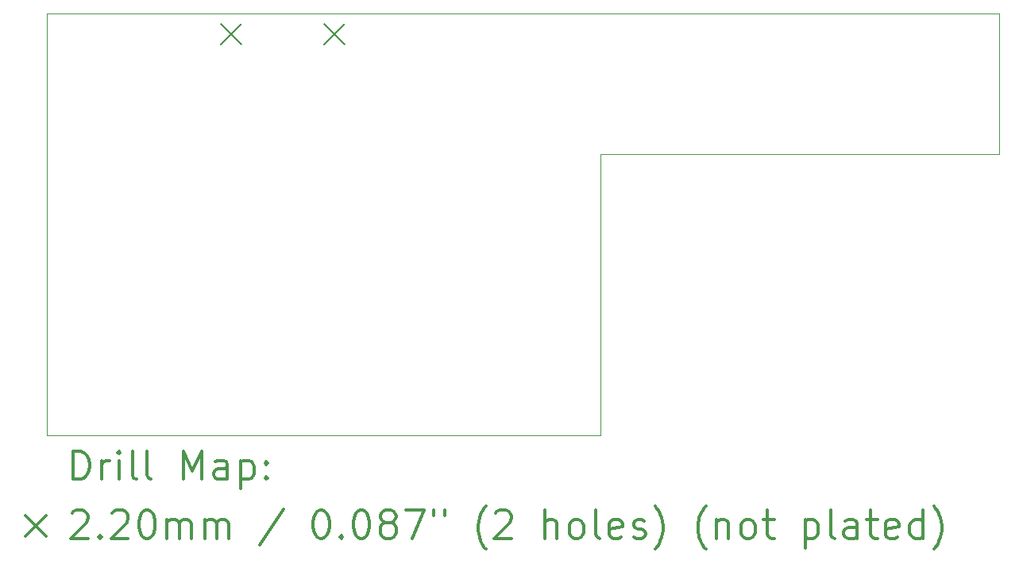
<source format=gbr>
%FSLAX45Y45*%
G04 Gerber Fmt 4.5, Leading zero omitted, Abs format (unit mm)*
G04 Created by KiCad (PCBNEW (5.1.2)-1) date 2022-03-06 16:37:44*
%MOMM*%
%LPD*%
G04 APERTURE LIST*
%ADD10C,0.050000*%
%ADD11C,0.200000*%
%ADD12C,0.300000*%
G04 APERTURE END LIST*
D10*
X21150000Y-6700000D02*
X21150000Y-8200000D01*
X11000000Y-11200000D02*
X16900000Y-11200000D01*
X16900000Y-8200000D02*
X16900000Y-11200000D01*
X21150000Y-8200000D02*
X16900000Y-8200000D01*
X21150000Y-6700000D02*
X11000000Y-6700000D01*
X11000000Y-6700000D02*
X11000000Y-11200000D01*
D11*
X12853308Y-6813024D02*
X13073308Y-7033024D01*
X13073308Y-6813024D02*
X12853308Y-7033024D01*
X13953308Y-6813024D02*
X14173308Y-7033024D01*
X14173308Y-6813024D02*
X13953308Y-7033024D01*
D12*
X11283928Y-11668214D02*
X11283928Y-11368214D01*
X11355357Y-11368214D01*
X11398214Y-11382500D01*
X11426786Y-11411071D01*
X11441071Y-11439643D01*
X11455357Y-11496786D01*
X11455357Y-11539643D01*
X11441071Y-11596786D01*
X11426786Y-11625357D01*
X11398214Y-11653929D01*
X11355357Y-11668214D01*
X11283928Y-11668214D01*
X11583928Y-11668214D02*
X11583928Y-11468214D01*
X11583928Y-11525357D02*
X11598214Y-11496786D01*
X11612500Y-11482500D01*
X11641071Y-11468214D01*
X11669643Y-11468214D01*
X11769643Y-11668214D02*
X11769643Y-11468214D01*
X11769643Y-11368214D02*
X11755357Y-11382500D01*
X11769643Y-11396786D01*
X11783928Y-11382500D01*
X11769643Y-11368214D01*
X11769643Y-11396786D01*
X11955357Y-11668214D02*
X11926786Y-11653929D01*
X11912500Y-11625357D01*
X11912500Y-11368214D01*
X12112500Y-11668214D02*
X12083928Y-11653929D01*
X12069643Y-11625357D01*
X12069643Y-11368214D01*
X12455357Y-11668214D02*
X12455357Y-11368214D01*
X12555357Y-11582500D01*
X12655357Y-11368214D01*
X12655357Y-11668214D01*
X12926786Y-11668214D02*
X12926786Y-11511071D01*
X12912500Y-11482500D01*
X12883928Y-11468214D01*
X12826786Y-11468214D01*
X12798214Y-11482500D01*
X12926786Y-11653929D02*
X12898214Y-11668214D01*
X12826786Y-11668214D01*
X12798214Y-11653929D01*
X12783928Y-11625357D01*
X12783928Y-11596786D01*
X12798214Y-11568214D01*
X12826786Y-11553929D01*
X12898214Y-11553929D01*
X12926786Y-11539643D01*
X13069643Y-11468214D02*
X13069643Y-11768214D01*
X13069643Y-11482500D02*
X13098214Y-11468214D01*
X13155357Y-11468214D01*
X13183928Y-11482500D01*
X13198214Y-11496786D01*
X13212500Y-11525357D01*
X13212500Y-11611071D01*
X13198214Y-11639643D01*
X13183928Y-11653929D01*
X13155357Y-11668214D01*
X13098214Y-11668214D01*
X13069643Y-11653929D01*
X13341071Y-11639643D02*
X13355357Y-11653929D01*
X13341071Y-11668214D01*
X13326786Y-11653929D01*
X13341071Y-11639643D01*
X13341071Y-11668214D01*
X13341071Y-11482500D02*
X13355357Y-11496786D01*
X13341071Y-11511071D01*
X13326786Y-11496786D01*
X13341071Y-11482500D01*
X13341071Y-11511071D01*
X10777500Y-12052500D02*
X10997500Y-12272500D01*
X10997500Y-12052500D02*
X10777500Y-12272500D01*
X11269643Y-12026786D02*
X11283928Y-12012500D01*
X11312500Y-11998214D01*
X11383928Y-11998214D01*
X11412500Y-12012500D01*
X11426786Y-12026786D01*
X11441071Y-12055357D01*
X11441071Y-12083929D01*
X11426786Y-12126786D01*
X11255357Y-12298214D01*
X11441071Y-12298214D01*
X11569643Y-12269643D02*
X11583928Y-12283929D01*
X11569643Y-12298214D01*
X11555357Y-12283929D01*
X11569643Y-12269643D01*
X11569643Y-12298214D01*
X11698214Y-12026786D02*
X11712500Y-12012500D01*
X11741071Y-11998214D01*
X11812500Y-11998214D01*
X11841071Y-12012500D01*
X11855357Y-12026786D01*
X11869643Y-12055357D01*
X11869643Y-12083929D01*
X11855357Y-12126786D01*
X11683928Y-12298214D01*
X11869643Y-12298214D01*
X12055357Y-11998214D02*
X12083928Y-11998214D01*
X12112500Y-12012500D01*
X12126786Y-12026786D01*
X12141071Y-12055357D01*
X12155357Y-12112500D01*
X12155357Y-12183929D01*
X12141071Y-12241071D01*
X12126786Y-12269643D01*
X12112500Y-12283929D01*
X12083928Y-12298214D01*
X12055357Y-12298214D01*
X12026786Y-12283929D01*
X12012500Y-12269643D01*
X11998214Y-12241071D01*
X11983928Y-12183929D01*
X11983928Y-12112500D01*
X11998214Y-12055357D01*
X12012500Y-12026786D01*
X12026786Y-12012500D01*
X12055357Y-11998214D01*
X12283928Y-12298214D02*
X12283928Y-12098214D01*
X12283928Y-12126786D02*
X12298214Y-12112500D01*
X12326786Y-12098214D01*
X12369643Y-12098214D01*
X12398214Y-12112500D01*
X12412500Y-12141071D01*
X12412500Y-12298214D01*
X12412500Y-12141071D02*
X12426786Y-12112500D01*
X12455357Y-12098214D01*
X12498214Y-12098214D01*
X12526786Y-12112500D01*
X12541071Y-12141071D01*
X12541071Y-12298214D01*
X12683928Y-12298214D02*
X12683928Y-12098214D01*
X12683928Y-12126786D02*
X12698214Y-12112500D01*
X12726786Y-12098214D01*
X12769643Y-12098214D01*
X12798214Y-12112500D01*
X12812500Y-12141071D01*
X12812500Y-12298214D01*
X12812500Y-12141071D02*
X12826786Y-12112500D01*
X12855357Y-12098214D01*
X12898214Y-12098214D01*
X12926786Y-12112500D01*
X12941071Y-12141071D01*
X12941071Y-12298214D01*
X13526786Y-11983929D02*
X13269643Y-12369643D01*
X13912500Y-11998214D02*
X13941071Y-11998214D01*
X13969643Y-12012500D01*
X13983928Y-12026786D01*
X13998214Y-12055357D01*
X14012500Y-12112500D01*
X14012500Y-12183929D01*
X13998214Y-12241071D01*
X13983928Y-12269643D01*
X13969643Y-12283929D01*
X13941071Y-12298214D01*
X13912500Y-12298214D01*
X13883928Y-12283929D01*
X13869643Y-12269643D01*
X13855357Y-12241071D01*
X13841071Y-12183929D01*
X13841071Y-12112500D01*
X13855357Y-12055357D01*
X13869643Y-12026786D01*
X13883928Y-12012500D01*
X13912500Y-11998214D01*
X14141071Y-12269643D02*
X14155357Y-12283929D01*
X14141071Y-12298214D01*
X14126786Y-12283929D01*
X14141071Y-12269643D01*
X14141071Y-12298214D01*
X14341071Y-11998214D02*
X14369643Y-11998214D01*
X14398214Y-12012500D01*
X14412500Y-12026786D01*
X14426786Y-12055357D01*
X14441071Y-12112500D01*
X14441071Y-12183929D01*
X14426786Y-12241071D01*
X14412500Y-12269643D01*
X14398214Y-12283929D01*
X14369643Y-12298214D01*
X14341071Y-12298214D01*
X14312500Y-12283929D01*
X14298214Y-12269643D01*
X14283928Y-12241071D01*
X14269643Y-12183929D01*
X14269643Y-12112500D01*
X14283928Y-12055357D01*
X14298214Y-12026786D01*
X14312500Y-12012500D01*
X14341071Y-11998214D01*
X14612500Y-12126786D02*
X14583928Y-12112500D01*
X14569643Y-12098214D01*
X14555357Y-12069643D01*
X14555357Y-12055357D01*
X14569643Y-12026786D01*
X14583928Y-12012500D01*
X14612500Y-11998214D01*
X14669643Y-11998214D01*
X14698214Y-12012500D01*
X14712500Y-12026786D01*
X14726786Y-12055357D01*
X14726786Y-12069643D01*
X14712500Y-12098214D01*
X14698214Y-12112500D01*
X14669643Y-12126786D01*
X14612500Y-12126786D01*
X14583928Y-12141071D01*
X14569643Y-12155357D01*
X14555357Y-12183929D01*
X14555357Y-12241071D01*
X14569643Y-12269643D01*
X14583928Y-12283929D01*
X14612500Y-12298214D01*
X14669643Y-12298214D01*
X14698214Y-12283929D01*
X14712500Y-12269643D01*
X14726786Y-12241071D01*
X14726786Y-12183929D01*
X14712500Y-12155357D01*
X14698214Y-12141071D01*
X14669643Y-12126786D01*
X14826786Y-11998214D02*
X15026786Y-11998214D01*
X14898214Y-12298214D01*
X15126786Y-11998214D02*
X15126786Y-12055357D01*
X15241071Y-11998214D02*
X15241071Y-12055357D01*
X15683928Y-12412500D02*
X15669643Y-12398214D01*
X15641071Y-12355357D01*
X15626786Y-12326786D01*
X15612500Y-12283929D01*
X15598214Y-12212500D01*
X15598214Y-12155357D01*
X15612500Y-12083929D01*
X15626786Y-12041071D01*
X15641071Y-12012500D01*
X15669643Y-11969643D01*
X15683928Y-11955357D01*
X15783928Y-12026786D02*
X15798214Y-12012500D01*
X15826786Y-11998214D01*
X15898214Y-11998214D01*
X15926786Y-12012500D01*
X15941071Y-12026786D01*
X15955357Y-12055357D01*
X15955357Y-12083929D01*
X15941071Y-12126786D01*
X15769643Y-12298214D01*
X15955357Y-12298214D01*
X16312500Y-12298214D02*
X16312500Y-11998214D01*
X16441071Y-12298214D02*
X16441071Y-12141071D01*
X16426786Y-12112500D01*
X16398214Y-12098214D01*
X16355357Y-12098214D01*
X16326786Y-12112500D01*
X16312500Y-12126786D01*
X16626786Y-12298214D02*
X16598214Y-12283929D01*
X16583928Y-12269643D01*
X16569643Y-12241071D01*
X16569643Y-12155357D01*
X16583928Y-12126786D01*
X16598214Y-12112500D01*
X16626786Y-12098214D01*
X16669643Y-12098214D01*
X16698214Y-12112500D01*
X16712500Y-12126786D01*
X16726786Y-12155357D01*
X16726786Y-12241071D01*
X16712500Y-12269643D01*
X16698214Y-12283929D01*
X16669643Y-12298214D01*
X16626786Y-12298214D01*
X16898214Y-12298214D02*
X16869643Y-12283929D01*
X16855357Y-12255357D01*
X16855357Y-11998214D01*
X17126786Y-12283929D02*
X17098214Y-12298214D01*
X17041071Y-12298214D01*
X17012500Y-12283929D01*
X16998214Y-12255357D01*
X16998214Y-12141071D01*
X17012500Y-12112500D01*
X17041071Y-12098214D01*
X17098214Y-12098214D01*
X17126786Y-12112500D01*
X17141071Y-12141071D01*
X17141071Y-12169643D01*
X16998214Y-12198214D01*
X17255357Y-12283929D02*
X17283928Y-12298214D01*
X17341071Y-12298214D01*
X17369643Y-12283929D01*
X17383928Y-12255357D01*
X17383928Y-12241071D01*
X17369643Y-12212500D01*
X17341071Y-12198214D01*
X17298214Y-12198214D01*
X17269643Y-12183929D01*
X17255357Y-12155357D01*
X17255357Y-12141071D01*
X17269643Y-12112500D01*
X17298214Y-12098214D01*
X17341071Y-12098214D01*
X17369643Y-12112500D01*
X17483928Y-12412500D02*
X17498214Y-12398214D01*
X17526786Y-12355357D01*
X17541071Y-12326786D01*
X17555357Y-12283929D01*
X17569643Y-12212500D01*
X17569643Y-12155357D01*
X17555357Y-12083929D01*
X17541071Y-12041071D01*
X17526786Y-12012500D01*
X17498214Y-11969643D01*
X17483928Y-11955357D01*
X18026786Y-12412500D02*
X18012500Y-12398214D01*
X17983928Y-12355357D01*
X17969643Y-12326786D01*
X17955357Y-12283929D01*
X17941071Y-12212500D01*
X17941071Y-12155357D01*
X17955357Y-12083929D01*
X17969643Y-12041071D01*
X17983928Y-12012500D01*
X18012500Y-11969643D01*
X18026786Y-11955357D01*
X18141071Y-12098214D02*
X18141071Y-12298214D01*
X18141071Y-12126786D02*
X18155357Y-12112500D01*
X18183928Y-12098214D01*
X18226786Y-12098214D01*
X18255357Y-12112500D01*
X18269643Y-12141071D01*
X18269643Y-12298214D01*
X18455357Y-12298214D02*
X18426786Y-12283929D01*
X18412500Y-12269643D01*
X18398214Y-12241071D01*
X18398214Y-12155357D01*
X18412500Y-12126786D01*
X18426786Y-12112500D01*
X18455357Y-12098214D01*
X18498214Y-12098214D01*
X18526786Y-12112500D01*
X18541071Y-12126786D01*
X18555357Y-12155357D01*
X18555357Y-12241071D01*
X18541071Y-12269643D01*
X18526786Y-12283929D01*
X18498214Y-12298214D01*
X18455357Y-12298214D01*
X18641071Y-12098214D02*
X18755357Y-12098214D01*
X18683928Y-11998214D02*
X18683928Y-12255357D01*
X18698214Y-12283929D01*
X18726786Y-12298214D01*
X18755357Y-12298214D01*
X19083928Y-12098214D02*
X19083928Y-12398214D01*
X19083928Y-12112500D02*
X19112500Y-12098214D01*
X19169643Y-12098214D01*
X19198214Y-12112500D01*
X19212500Y-12126786D01*
X19226786Y-12155357D01*
X19226786Y-12241071D01*
X19212500Y-12269643D01*
X19198214Y-12283929D01*
X19169643Y-12298214D01*
X19112500Y-12298214D01*
X19083928Y-12283929D01*
X19398214Y-12298214D02*
X19369643Y-12283929D01*
X19355357Y-12255357D01*
X19355357Y-11998214D01*
X19641071Y-12298214D02*
X19641071Y-12141071D01*
X19626786Y-12112500D01*
X19598214Y-12098214D01*
X19541071Y-12098214D01*
X19512500Y-12112500D01*
X19641071Y-12283929D02*
X19612500Y-12298214D01*
X19541071Y-12298214D01*
X19512500Y-12283929D01*
X19498214Y-12255357D01*
X19498214Y-12226786D01*
X19512500Y-12198214D01*
X19541071Y-12183929D01*
X19612500Y-12183929D01*
X19641071Y-12169643D01*
X19741071Y-12098214D02*
X19855357Y-12098214D01*
X19783928Y-11998214D02*
X19783928Y-12255357D01*
X19798214Y-12283929D01*
X19826786Y-12298214D01*
X19855357Y-12298214D01*
X20069643Y-12283929D02*
X20041071Y-12298214D01*
X19983928Y-12298214D01*
X19955357Y-12283929D01*
X19941071Y-12255357D01*
X19941071Y-12141071D01*
X19955357Y-12112500D01*
X19983928Y-12098214D01*
X20041071Y-12098214D01*
X20069643Y-12112500D01*
X20083928Y-12141071D01*
X20083928Y-12169643D01*
X19941071Y-12198214D01*
X20341071Y-12298214D02*
X20341071Y-11998214D01*
X20341071Y-12283929D02*
X20312500Y-12298214D01*
X20255357Y-12298214D01*
X20226786Y-12283929D01*
X20212500Y-12269643D01*
X20198214Y-12241071D01*
X20198214Y-12155357D01*
X20212500Y-12126786D01*
X20226786Y-12112500D01*
X20255357Y-12098214D01*
X20312500Y-12098214D01*
X20341071Y-12112500D01*
X20455357Y-12412500D02*
X20469643Y-12398214D01*
X20498214Y-12355357D01*
X20512500Y-12326786D01*
X20526786Y-12283929D01*
X20541071Y-12212500D01*
X20541071Y-12155357D01*
X20526786Y-12083929D01*
X20512500Y-12041071D01*
X20498214Y-12012500D01*
X20469643Y-11969643D01*
X20455357Y-11955357D01*
M02*

</source>
